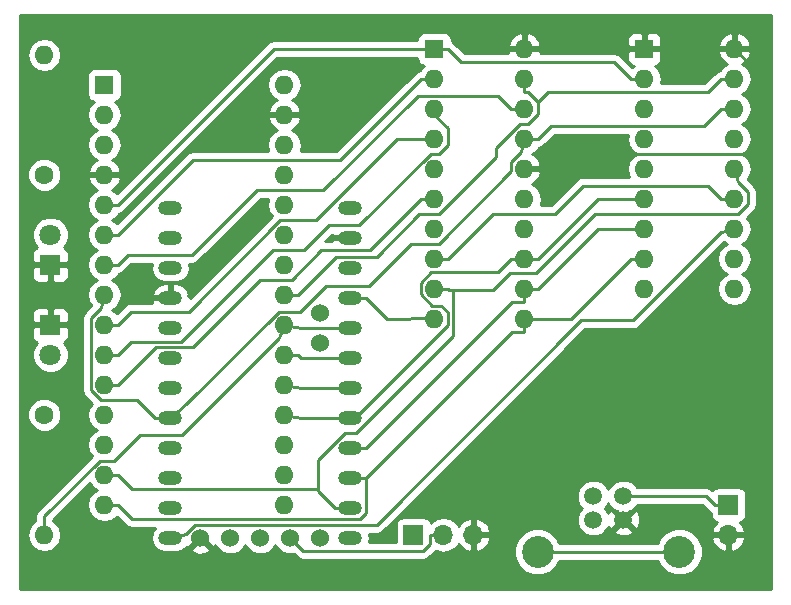
<source format=gbr>
G04 #@! TF.FileFunction,Copper,L1,Top,Signal*
%FSLAX46Y46*%
G04 Gerber Fmt 4.6, Leading zero omitted, Abs format (unit mm)*
G04 Created by KiCad (PCBNEW 4.0.6) date 04/12/19 16:58:46*
%MOMM*%
%LPD*%
G01*
G04 APERTURE LIST*
%ADD10C,0.100000*%
%ADD11C,1.520000*%
%ADD12C,2.700000*%
%ADD13R,1.600000X1.600000*%
%ADD14O,1.600000X1.600000*%
%ADD15R,1.800000X1.800000*%
%ADD16C,1.800000*%
%ADD17C,1.600000*%
%ADD18R,1.700000X1.700000*%
%ADD19O,1.700000X1.700000*%
%ADD20O,2.000000X1.200000*%
%ADD21C,1.524000*%
%ADD22C,0.250000*%
%ADD23C,0.254000*%
G04 APERTURE END LIST*
D10*
D11*
X153162000Y-125762000D03*
X155702000Y-125762000D03*
X155702000Y-127762000D03*
X153162000Y-127762000D03*
D12*
X148432000Y-130462000D03*
X160432000Y-130462000D03*
D13*
X111760000Y-90932000D03*
D14*
X127000000Y-123952000D03*
X111760000Y-93472000D03*
X127000000Y-121412000D03*
X111760000Y-96012000D03*
X127000000Y-118872000D03*
X111760000Y-98552000D03*
X127000000Y-116332000D03*
X111760000Y-101092000D03*
X127000000Y-113792000D03*
X111760000Y-103632000D03*
X127000000Y-111252000D03*
X111760000Y-106172000D03*
X127000000Y-108712000D03*
X111760000Y-108712000D03*
X127000000Y-106172000D03*
X111760000Y-111252000D03*
X127000000Y-103632000D03*
X111760000Y-113792000D03*
X127000000Y-101092000D03*
X111760000Y-116332000D03*
X127000000Y-98552000D03*
X111760000Y-118872000D03*
X127000000Y-96012000D03*
X111760000Y-121412000D03*
X127000000Y-93472000D03*
X111760000Y-123952000D03*
X127000000Y-90932000D03*
X111760000Y-126492000D03*
X127000000Y-126492000D03*
D13*
X139700000Y-87884000D03*
D14*
X147320000Y-110744000D03*
X139700000Y-90424000D03*
X147320000Y-108204000D03*
X139700000Y-92964000D03*
X147320000Y-105664000D03*
X139700000Y-95504000D03*
X147320000Y-103124000D03*
X139700000Y-98044000D03*
X147320000Y-100584000D03*
X139700000Y-100584000D03*
X147320000Y-98044000D03*
X139700000Y-103124000D03*
X147320000Y-95504000D03*
X139700000Y-105664000D03*
X147320000Y-92964000D03*
X139700000Y-108204000D03*
X147320000Y-90424000D03*
X139700000Y-110744000D03*
X147320000Y-87884000D03*
D15*
X107188000Y-106172000D03*
D16*
X107188000Y-103632000D03*
D17*
X106680000Y-98552000D03*
D14*
X106680000Y-88392000D03*
D17*
X106680000Y-118872000D03*
D14*
X106680000Y-129032000D03*
D18*
X137922000Y-129032000D03*
D19*
X140462000Y-129032000D03*
X143002000Y-129032000D03*
D13*
X157480000Y-87884000D03*
D14*
X165100000Y-108204000D03*
X157480000Y-90424000D03*
X165100000Y-105664000D03*
X157480000Y-92964000D03*
X165100000Y-103124000D03*
X157480000Y-95504000D03*
X165100000Y-100584000D03*
X157480000Y-98044000D03*
X165100000Y-98044000D03*
X157480000Y-100584000D03*
X165100000Y-95504000D03*
X157480000Y-103124000D03*
X165100000Y-92964000D03*
X157480000Y-105664000D03*
X165100000Y-90424000D03*
X157480000Y-108204000D03*
X165100000Y-87884000D03*
D15*
X107188000Y-111252000D03*
D16*
X107188000Y-113792000D03*
D18*
X164592000Y-126492000D03*
D19*
X164592000Y-129032000D03*
D20*
X132588000Y-101346000D03*
X117348000Y-101346000D03*
X132588000Y-103886000D03*
X117348000Y-103886000D03*
X132588000Y-106426000D03*
X117348000Y-106426000D03*
X132588000Y-108966000D03*
X117348000Y-108966000D03*
X132588000Y-111506000D03*
X117348000Y-111506000D03*
X132588000Y-114046000D03*
X117348000Y-114046000D03*
X132588000Y-116586000D03*
X117348000Y-116586000D03*
X132588000Y-119126000D03*
X117348000Y-119126000D03*
X132588000Y-121666000D03*
X117348000Y-121666000D03*
X132588000Y-124206000D03*
X117348000Y-124206000D03*
X132588000Y-126746000D03*
X117348000Y-126746000D03*
X132588000Y-129286000D03*
X117348000Y-129286000D03*
D21*
X119888000Y-129286000D03*
X122428000Y-129286000D03*
X124968000Y-129286000D03*
X127508000Y-129286000D03*
X130048000Y-129286000D03*
X130048000Y-110236000D03*
X130048000Y-112776000D03*
D22*
X147320000Y-98044000D02*
X153111200Y-98044000D01*
X167259000Y-90043000D02*
X165100000Y-87884000D01*
X167259000Y-95707200D02*
X167259000Y-90043000D01*
X166166800Y-96799400D02*
X167259000Y-95707200D01*
X154355800Y-96799400D02*
X166166800Y-96799400D01*
X153111200Y-98044000D02*
X154355800Y-96799400D01*
X128379300Y-111506000D02*
X127000000Y-111252000D01*
X132588000Y-111506000D02*
X128379300Y-111506000D01*
X127000000Y-111252000D02*
X127000000Y-111252000D01*
X126577600Y-112377300D02*
X127000000Y-111252000D01*
X118359600Y-120595300D02*
X126577600Y-112377300D01*
X114767800Y-120595300D02*
X118359600Y-120595300D01*
X112607200Y-122755900D02*
X114767800Y-120595300D01*
X111352000Y-122755900D02*
X112607200Y-122755900D01*
X106680000Y-127427900D02*
X111352000Y-122755900D01*
X106680000Y-129032000D02*
X106680000Y-127427900D01*
X127000000Y-111252000D02*
X127000000Y-111252000D01*
X139700000Y-110744000D02*
X139700000Y-110744000D01*
X162686700Y-125762000D02*
X163416700Y-126492000D01*
X155702000Y-125762000D02*
X162686700Y-125762000D01*
X164592000Y-126492000D02*
X163416700Y-126492000D01*
X139700000Y-110744000D02*
X139700000Y-110744000D01*
X139700000Y-110738000D02*
X139700000Y-110744000D01*
X139700000Y-110744000D02*
X139700000Y-110738000D01*
X139415000Y-111029000D02*
X139700000Y-110744000D01*
X139700000Y-110744000D02*
X139415000Y-111029000D01*
X139700000Y-110744000D02*
X139700000Y-110673500D01*
X139700000Y-110673500D02*
X138757000Y-110671000D01*
X135688800Y-110741500D02*
X133913300Y-108966000D01*
X139700000Y-110673500D02*
X135688800Y-110741500D01*
X132588000Y-108966000D02*
X133913300Y-108966000D01*
X139286700Y-129840000D02*
X139286700Y-129032000D01*
X138737400Y-130389300D02*
X139286700Y-129840000D01*
X128611300Y-130389300D02*
X138737400Y-130389300D01*
X127508000Y-129286000D02*
X128611300Y-130389300D01*
X140462000Y-129032000D02*
X139286700Y-129032000D01*
X127000000Y-118872000D02*
X127000000Y-118872000D01*
X153525300Y-100584000D02*
X157480000Y-100584000D01*
X148445300Y-105664000D02*
X153525300Y-100584000D01*
X147320000Y-105664000D02*
X148445300Y-105664000D01*
X128379300Y-119126000D02*
X132588000Y-119126000D01*
X127000000Y-118872000D02*
X128379300Y-119126000D01*
X145069400Y-106789300D02*
X146194700Y-105664000D01*
X139449600Y-106789300D02*
X145069400Y-106789300D01*
X138538900Y-107700000D02*
X139449600Y-106789300D01*
X138538900Y-108635200D02*
X138538900Y-107700000D01*
X139522300Y-109618600D02*
X138538900Y-108635200D01*
X140241600Y-109618600D02*
X139522300Y-109618600D01*
X140825400Y-110202400D02*
X140241600Y-109618600D01*
X140825400Y-111239100D02*
X140825400Y-110202400D01*
X132938500Y-119126000D02*
X140825400Y-111239100D01*
X132588000Y-119126000D02*
X132938500Y-119126000D01*
X147320000Y-105664000D02*
X146194700Y-105664000D01*
X127000000Y-116332000D02*
X127000000Y-116332000D01*
X128379300Y-116586000D02*
X132588000Y-116586000D01*
X127000000Y-116332000D02*
X128379300Y-116586000D01*
X141950600Y-89009300D02*
X140825300Y-87884000D01*
X154940000Y-89009300D02*
X141950600Y-89009300D01*
X156354700Y-90424000D02*
X154940000Y-89009300D01*
X157480000Y-90424000D02*
X156354700Y-90424000D01*
X139700000Y-87884000D02*
X140825300Y-87884000D01*
X126093300Y-87884000D02*
X139700000Y-87884000D01*
X112885300Y-101092000D02*
X126093300Y-87884000D01*
X111760000Y-101092000D02*
X112885300Y-101092000D01*
X127000000Y-113792000D02*
X128125300Y-113792000D01*
X128379300Y-114046000D02*
X128125300Y-113792000D01*
X132588000Y-114046000D02*
X128379300Y-114046000D01*
X131716700Y-97282000D02*
X138574700Y-90424000D01*
X119235300Y-97282000D02*
X131716700Y-97282000D01*
X112885300Y-103632000D02*
X119235300Y-97282000D01*
X111760000Y-103632000D02*
X112885300Y-103632000D01*
X139700000Y-90424000D02*
X138574700Y-90424000D01*
X145069400Y-91838700D02*
X146194700Y-92964000D01*
X138290000Y-91838700D02*
X145069400Y-91838700D01*
X130306700Y-99822000D02*
X138290000Y-91838700D01*
X124666900Y-99822000D02*
X130306700Y-99822000D01*
X119164300Y-105324600D02*
X124666900Y-99822000D01*
X113732700Y-105324600D02*
X119164300Y-105324600D01*
X112885300Y-106172000D02*
X113732700Y-105324600D01*
X111760000Y-106172000D02*
X112885300Y-106172000D01*
X147320000Y-92964000D02*
X146194700Y-92964000D01*
X127000000Y-108712000D02*
X128125300Y-108712000D01*
X147320000Y-90424000D02*
X147320000Y-91549300D01*
X149289200Y-91549300D02*
X148445300Y-92393200D01*
X162849400Y-91549300D02*
X149289200Y-91549300D01*
X163974700Y-90424000D02*
X162849400Y-91549300D01*
X148445300Y-93434800D02*
X148445300Y-92393200D01*
X147627600Y-94252500D02*
X148445300Y-93434800D01*
X146960800Y-94252500D02*
X147627600Y-94252500D01*
X144914600Y-96298700D02*
X146960800Y-94252500D01*
X144914600Y-97041300D02*
X144914600Y-96298700D01*
X140101900Y-101854000D02*
X144914600Y-97041300D01*
X138434700Y-101854000D02*
X140101900Y-101854000D01*
X134802100Y-105486600D02*
X138434700Y-101854000D01*
X131350700Y-105486600D02*
X134802100Y-105486600D01*
X128125300Y-108712000D02*
X131350700Y-105486600D01*
X147601400Y-91549300D02*
X147320000Y-91549300D01*
X148445300Y-92393200D02*
X147601400Y-91549300D01*
X165100000Y-90424000D02*
X163974700Y-90424000D01*
X111478600Y-109837300D02*
X111760000Y-108712000D01*
X110634700Y-110681200D02*
X111478600Y-109837300D01*
X110634700Y-116800300D02*
X110634700Y-110681200D01*
X111436400Y-117602000D02*
X110634700Y-116800300D01*
X114498700Y-117602000D02*
X111436400Y-117602000D01*
X116022700Y-119126000D02*
X114498700Y-117602000D01*
X111760000Y-108712000D02*
X111760000Y-108712000D01*
X116773100Y-119126000D02*
X116022700Y-119126000D01*
X116773100Y-119126000D02*
X117348000Y-119126000D01*
X147038600Y-96629300D02*
X147320000Y-95504000D01*
X146194700Y-97473200D02*
X147038600Y-96629300D01*
X146194700Y-98261000D02*
X146194700Y-97473200D01*
X140061700Y-104394000D02*
X146194700Y-98261000D01*
X137729700Y-104394000D02*
X140061700Y-104394000D01*
X134167000Y-107956700D02*
X137729700Y-104394000D01*
X130477800Y-107956700D02*
X134167000Y-107956700D01*
X128307900Y-110126600D02*
X130477800Y-107956700D01*
X126513100Y-110126600D02*
X128307900Y-110126600D01*
X118673300Y-117966400D02*
X126513100Y-110126600D01*
X117348000Y-119126000D02*
X118673300Y-117966400D01*
X117348000Y-119126000D02*
X117348000Y-119126000D01*
X147320000Y-95504000D02*
X147320000Y-95504000D01*
X149570600Y-94378700D02*
X148445300Y-95504000D01*
X162560000Y-94378700D02*
X149570600Y-94378700D01*
X163974700Y-92964000D02*
X162560000Y-94378700D01*
X165100000Y-92964000D02*
X163974700Y-92964000D01*
X147320000Y-95504000D02*
X148445300Y-95504000D01*
X136507200Y-95504000D02*
X139700000Y-95504000D01*
X129649200Y-102362000D02*
X136507200Y-95504000D01*
X126660000Y-102362000D02*
X129649200Y-102362000D01*
X118895300Y-110126700D02*
X126660000Y-102362000D01*
X114010600Y-110126700D02*
X118895300Y-110126700D01*
X112885300Y-111252000D02*
X114010600Y-110126700D01*
X111760000Y-111252000D02*
X112885300Y-111252000D01*
X139700000Y-93443500D02*
X139700000Y-92964000D01*
X139671500Y-93472000D02*
X139700000Y-93443500D01*
X139671500Y-93472000D02*
X139192000Y-93472000D01*
X139740000Y-93472000D02*
X139705800Y-93472000D01*
X139705800Y-93472000D02*
X139671500Y-93472000D01*
X111760000Y-113792000D02*
X112885300Y-113792000D01*
X114010600Y-112666700D02*
X112885300Y-113792000D01*
X118251900Y-112666700D02*
X114010600Y-112666700D01*
X126016600Y-104902000D02*
X118251900Y-112666700D01*
X128647400Y-104902000D02*
X126016600Y-104902000D01*
X130737000Y-102812400D02*
X128647400Y-104902000D01*
X133334900Y-102812400D02*
X130737000Y-102812400D01*
X139373300Y-96774000D02*
X133334900Y-102812400D01*
X140076900Y-96774000D02*
X139373300Y-96774000D01*
X140849700Y-96001200D02*
X140076900Y-96774000D01*
X140849700Y-94615900D02*
X140849700Y-96001200D01*
X139705800Y-93472000D02*
X140849700Y-94615900D01*
X134228200Y-104930500D02*
X138574700Y-100584000D01*
X130131000Y-104930500D02*
X134228200Y-104930500D01*
X127619500Y-107442000D02*
X130131000Y-104930500D01*
X124922500Y-107442000D02*
X127619500Y-107442000D01*
X119243900Y-113120600D02*
X124922500Y-107442000D01*
X116096700Y-113120600D02*
X119243900Y-113120600D01*
X112885300Y-116332000D02*
X116096700Y-113120600D01*
X111760000Y-116332000D02*
X112885300Y-116332000D01*
X139700000Y-100584000D02*
X138574700Y-100584000D01*
X163974700Y-103405300D02*
X165100000Y-103124000D01*
X156514100Y-110865900D02*
X163974700Y-103405300D01*
X152136800Y-110865900D02*
X156514100Y-110865900D01*
X134820000Y-128182700D02*
X152136800Y-110865900D01*
X119446000Y-128182700D02*
X134820000Y-128182700D01*
X118673300Y-128955400D02*
X119446000Y-128182700D01*
X117348000Y-129286000D02*
X118673300Y-128955400D01*
X117348000Y-129286000D02*
X117348000Y-129286000D01*
X165100000Y-103124000D02*
X165100000Y-103124000D01*
X162849400Y-99458700D02*
X163974700Y-100584000D01*
X152294600Y-99458700D02*
X162849400Y-99458700D01*
X149899300Y-101854000D02*
X152294600Y-99458700D01*
X144635300Y-101854000D02*
X149899300Y-101854000D01*
X140825300Y-105664000D02*
X144635300Y-101854000D01*
X139700000Y-105664000D02*
X140825300Y-105664000D01*
X165100000Y-100584000D02*
X163974700Y-100584000D01*
X132588000Y-126746000D02*
X131262700Y-126746000D01*
X111760000Y-123952000D02*
X112885300Y-123952000D01*
X114123100Y-125189800D02*
X112885300Y-123952000D01*
X129862500Y-125189800D02*
X114123100Y-125189800D01*
X129862500Y-125345800D02*
X129862500Y-125189800D01*
X131262700Y-126746000D02*
X129862500Y-125345800D01*
X139700000Y-108204000D02*
X140825300Y-108204000D01*
X165100000Y-98044000D02*
X165100000Y-98044000D01*
X141288400Y-112159800D02*
X141288400Y-108316600D01*
X133052200Y-120396000D02*
X141288400Y-112159800D01*
X132145600Y-120396000D02*
X133052200Y-120396000D01*
X129862500Y-122679100D02*
X132145600Y-120396000D01*
X129862500Y-125189800D02*
X129862500Y-122679100D01*
X140937900Y-108316600D02*
X141288400Y-108316600D01*
X140825300Y-108204000D02*
X140937900Y-108316600D01*
X165381400Y-99169300D02*
X165100000Y-98044000D01*
X166225300Y-100013200D02*
X165381400Y-99169300D01*
X166225300Y-101050500D02*
X166225300Y-100013200D01*
X165421800Y-101854000D02*
X166225300Y-101050500D01*
X153300000Y-101854000D02*
X165421800Y-101854000D01*
X148293900Y-106860100D02*
X153300000Y-101854000D01*
X146128600Y-106860100D02*
X148293900Y-106860100D01*
X144672100Y-108316600D02*
X146128600Y-106860100D01*
X141288400Y-108316600D02*
X144672100Y-108316600D01*
X157480000Y-105664000D02*
X156354700Y-105664000D01*
X114066200Y-127672900D02*
X112885300Y-126492000D01*
X133386200Y-127672900D02*
X114066200Y-127672900D01*
X133913300Y-127145800D02*
X133386200Y-127672900D01*
X133913300Y-124206000D02*
X133913300Y-127145800D01*
X132588000Y-124206000D02*
X133913300Y-124206000D01*
X111760000Y-126492000D02*
X112885300Y-126492000D01*
X151274700Y-110744000D02*
X147320000Y-110744000D01*
X156354700Y-105664000D02*
X151274700Y-110744000D01*
X146250000Y-111869300D02*
X133913300Y-124206000D01*
X147320000Y-111869300D02*
X146250000Y-111869300D01*
X147320000Y-110744000D02*
X147320000Y-111869300D01*
X153525300Y-103124000D02*
X157480000Y-103124000D01*
X148445300Y-108204000D02*
X153525300Y-103124000D01*
X147320000Y-108204000D02*
X148445300Y-108204000D01*
X146250000Y-109329300D02*
X147320000Y-109329300D01*
X133913300Y-121666000D02*
X146250000Y-109329300D01*
X132588000Y-121666000D02*
X133913300Y-121666000D01*
X147320000Y-108204000D02*
X147320000Y-109329300D01*
X160432000Y-130462000D02*
X148432000Y-130462000D01*
D23*
G36*
X168222000Y-133622000D02*
X104642000Y-133622000D01*
X104642000Y-129003887D01*
X105245000Y-129003887D01*
X105245000Y-129060113D01*
X105354233Y-129609264D01*
X105665302Y-130074811D01*
X106130849Y-130385880D01*
X106680000Y-130495113D01*
X107229151Y-130385880D01*
X107694698Y-130074811D01*
X108005767Y-129609264D01*
X108115000Y-129060113D01*
X108115000Y-129003887D01*
X108005767Y-128454736D01*
X107694698Y-127989189D01*
X107440000Y-127819005D01*
X107440000Y-127742702D01*
X110516442Y-124666260D01*
X110717189Y-124966698D01*
X111099275Y-125222000D01*
X110717189Y-125477302D01*
X110406120Y-125942849D01*
X110296887Y-126492000D01*
X110406120Y-127041151D01*
X110717189Y-127506698D01*
X111182736Y-127817767D01*
X111731887Y-127927000D01*
X111788113Y-127927000D01*
X112337264Y-127817767D01*
X112802811Y-127506698D01*
X112811777Y-127493279D01*
X113528799Y-128210301D01*
X113775361Y-128375048D01*
X114066200Y-128432900D01*
X116029209Y-128432900D01*
X115774977Y-128813386D01*
X115680968Y-129286000D01*
X115774977Y-129758614D01*
X116042691Y-130159277D01*
X116443354Y-130426991D01*
X116915968Y-130521000D01*
X117780032Y-130521000D01*
X118252646Y-130426991D01*
X118493267Y-130266213D01*
X119087392Y-130266213D01*
X119156857Y-130508397D01*
X119680302Y-130695144D01*
X120235368Y-130667362D01*
X120619143Y-130508397D01*
X120688608Y-130266213D01*
X119888000Y-129465605D01*
X119087392Y-130266213D01*
X118493267Y-130266213D01*
X118653309Y-130159277D01*
X118734983Y-130037043D01*
X118907787Y-130086608D01*
X119708395Y-129286000D01*
X119694253Y-129271858D01*
X119873858Y-129092253D01*
X119888000Y-129106395D01*
X119902143Y-129092253D01*
X120081748Y-129271858D01*
X120067605Y-129286000D01*
X120868213Y-130086608D01*
X121110397Y-130017143D01*
X121160509Y-129876682D01*
X121242990Y-130076303D01*
X121635630Y-130469629D01*
X122148900Y-130682757D01*
X122704661Y-130683242D01*
X123218303Y-130471010D01*
X123611629Y-130078370D01*
X123697949Y-129870488D01*
X123782990Y-130076303D01*
X124175630Y-130469629D01*
X124688900Y-130682757D01*
X125244661Y-130683242D01*
X125758303Y-130471010D01*
X126151629Y-130078370D01*
X126237949Y-129870488D01*
X126322990Y-130076303D01*
X126715630Y-130469629D01*
X127228900Y-130682757D01*
X127784661Y-130683242D01*
X127817055Y-130669857D01*
X128073899Y-130926701D01*
X128320461Y-131091448D01*
X128611300Y-131149300D01*
X138737400Y-131149300D01*
X139028239Y-131091448D01*
X139274801Y-130926701D01*
X139346393Y-130855109D01*
X146446657Y-130855109D01*
X146748218Y-131584943D01*
X147306120Y-132143819D01*
X148035427Y-132446654D01*
X148825109Y-132447343D01*
X149554943Y-132145782D01*
X150113819Y-131587880D01*
X150265746Y-131222000D01*
X158598253Y-131222000D01*
X158748218Y-131584943D01*
X159306120Y-132143819D01*
X160035427Y-132446654D01*
X160825109Y-132447343D01*
X161554943Y-132145782D01*
X162113819Y-131587880D01*
X162416654Y-130858573D01*
X162417343Y-130068891D01*
X162136373Y-129388890D01*
X163150524Y-129388890D01*
X163320355Y-129798924D01*
X163710642Y-130227183D01*
X164235108Y-130473486D01*
X164465000Y-130352819D01*
X164465000Y-129159000D01*
X164719000Y-129159000D01*
X164719000Y-130352819D01*
X164948892Y-130473486D01*
X165473358Y-130227183D01*
X165863645Y-129798924D01*
X166033476Y-129388890D01*
X165912155Y-129159000D01*
X164719000Y-129159000D01*
X164465000Y-129159000D01*
X163271845Y-129159000D01*
X163150524Y-129388890D01*
X162136373Y-129388890D01*
X162115782Y-129339057D01*
X161557880Y-128780181D01*
X160828573Y-128477346D01*
X160038891Y-128476657D01*
X159309057Y-128778218D01*
X158750181Y-129336120D01*
X158598254Y-129702000D01*
X150265747Y-129702000D01*
X150115782Y-129339057D01*
X149557880Y-128780181D01*
X148828573Y-128477346D01*
X148038891Y-128476657D01*
X147309057Y-128778218D01*
X146750181Y-129336120D01*
X146447346Y-130065427D01*
X146446657Y-130855109D01*
X139346393Y-130855109D01*
X139818623Y-130382880D01*
X139893715Y-130433054D01*
X140462000Y-130546093D01*
X141030285Y-130433054D01*
X141512054Y-130111147D01*
X141739702Y-129770447D01*
X141806817Y-129913358D01*
X142235076Y-130303645D01*
X142645110Y-130473476D01*
X142875000Y-130352155D01*
X142875000Y-129159000D01*
X143129000Y-129159000D01*
X143129000Y-130352155D01*
X143358890Y-130473476D01*
X143768924Y-130303645D01*
X144197183Y-129913358D01*
X144443486Y-129388892D01*
X144322819Y-129159000D01*
X143129000Y-129159000D01*
X142875000Y-129159000D01*
X142855000Y-129159000D01*
X142855000Y-128905000D01*
X142875000Y-128905000D01*
X142875000Y-127711845D01*
X143129000Y-127711845D01*
X143129000Y-128905000D01*
X144322819Y-128905000D01*
X144443486Y-128675108D01*
X144197183Y-128150642D01*
X143768924Y-127760355D01*
X143358890Y-127590524D01*
X143129000Y-127711845D01*
X142875000Y-127711845D01*
X142645110Y-127590524D01*
X142235076Y-127760355D01*
X141806817Y-128150642D01*
X141739702Y-128293553D01*
X141512054Y-127952853D01*
X141030285Y-127630946D01*
X140462000Y-127517907D01*
X139893715Y-127630946D01*
X139411946Y-127952853D01*
X139384150Y-127994452D01*
X139375162Y-127946683D01*
X139236090Y-127730559D01*
X139023890Y-127585569D01*
X138772000Y-127534560D01*
X137072000Y-127534560D01*
X136836683Y-127578838D01*
X136620559Y-127717910D01*
X136475569Y-127930110D01*
X136424560Y-128182000D01*
X136424560Y-129629300D01*
X134186745Y-129629300D01*
X134255032Y-129286000D01*
X134186745Y-128942700D01*
X134820000Y-128942700D01*
X135110839Y-128884848D01*
X135357401Y-128720101D01*
X138039237Y-126038265D01*
X151766758Y-126038265D01*
X151978687Y-126551172D01*
X152189171Y-126762024D01*
X151980066Y-126970764D01*
X151767242Y-127483300D01*
X151766758Y-128038265D01*
X151978687Y-128551172D01*
X152370764Y-128943934D01*
X152883300Y-129156758D01*
X153438265Y-129157242D01*
X153951172Y-128945313D01*
X154156078Y-128740764D01*
X154902841Y-128740764D01*
X154972059Y-128982742D01*
X155494780Y-129169155D01*
X156049049Y-129141341D01*
X156431941Y-128982742D01*
X156501159Y-128740764D01*
X155702000Y-127941605D01*
X154902841Y-128740764D01*
X154156078Y-128740764D01*
X154343934Y-128553236D01*
X154425391Y-128357066D01*
X154481258Y-128491941D01*
X154723236Y-128561159D01*
X155522395Y-127762000D01*
X155881605Y-127762000D01*
X156680764Y-128561159D01*
X156922742Y-128491941D01*
X157109155Y-127969220D01*
X157081341Y-127414951D01*
X156922742Y-127032059D01*
X156680764Y-126962841D01*
X155881605Y-127762000D01*
X155522395Y-127762000D01*
X154723236Y-126962841D01*
X154481258Y-127032059D01*
X154429618Y-127176862D01*
X154345313Y-126972828D01*
X154134829Y-126761976D01*
X154343934Y-126553236D01*
X154431954Y-126341262D01*
X154518687Y-126551172D01*
X154910764Y-126943934D01*
X155172024Y-127052419D01*
X155702000Y-127582395D01*
X156231990Y-127052405D01*
X156491172Y-126945313D01*
X156883934Y-126553236D01*
X156896904Y-126522000D01*
X162371898Y-126522000D01*
X162879299Y-127029401D01*
X163094560Y-127173233D01*
X163094560Y-127342000D01*
X163138838Y-127577317D01*
X163277910Y-127793441D01*
X163490110Y-127938431D01*
X163598107Y-127960301D01*
X163320355Y-128265076D01*
X163150524Y-128675110D01*
X163271845Y-128905000D01*
X164465000Y-128905000D01*
X164465000Y-128885000D01*
X164719000Y-128885000D01*
X164719000Y-128905000D01*
X165912155Y-128905000D01*
X166033476Y-128675110D01*
X165863645Y-128265076D01*
X165587499Y-127962063D01*
X165677317Y-127945162D01*
X165893441Y-127806090D01*
X166038431Y-127593890D01*
X166089440Y-127342000D01*
X166089440Y-125642000D01*
X166045162Y-125406683D01*
X165906090Y-125190559D01*
X165693890Y-125045569D01*
X165442000Y-124994560D01*
X163742000Y-124994560D01*
X163506683Y-125038838D01*
X163290559Y-125177910D01*
X163244631Y-125245129D01*
X163224101Y-125224599D01*
X162977539Y-125059852D01*
X162686700Y-125002000D01*
X156897367Y-125002000D01*
X156885313Y-124972828D01*
X156493236Y-124580066D01*
X155980700Y-124367242D01*
X155425735Y-124366758D01*
X154912828Y-124578687D01*
X154520066Y-124970764D01*
X154432046Y-125182738D01*
X154345313Y-124972828D01*
X153953236Y-124580066D01*
X153440700Y-124367242D01*
X152885735Y-124366758D01*
X152372828Y-124578687D01*
X151980066Y-124970764D01*
X151767242Y-125483300D01*
X151766758Y-126038265D01*
X138039237Y-126038265D01*
X152451602Y-111625900D01*
X156514100Y-111625900D01*
X156804939Y-111568048D01*
X157051501Y-111403301D01*
X164212397Y-104242405D01*
X164439275Y-104394000D01*
X164057189Y-104649302D01*
X163746120Y-105114849D01*
X163636887Y-105664000D01*
X163746120Y-106213151D01*
X164057189Y-106678698D01*
X164439275Y-106934000D01*
X164057189Y-107189302D01*
X163746120Y-107654849D01*
X163636887Y-108204000D01*
X163746120Y-108753151D01*
X164057189Y-109218698D01*
X164522736Y-109529767D01*
X165071887Y-109639000D01*
X165128113Y-109639000D01*
X165677264Y-109529767D01*
X166142811Y-109218698D01*
X166453880Y-108753151D01*
X166563113Y-108204000D01*
X166453880Y-107654849D01*
X166142811Y-107189302D01*
X165760725Y-106934000D01*
X166142811Y-106678698D01*
X166453880Y-106213151D01*
X166563113Y-105664000D01*
X166453880Y-105114849D01*
X166142811Y-104649302D01*
X165760725Y-104394000D01*
X166142811Y-104138698D01*
X166453880Y-103673151D01*
X166563113Y-103124000D01*
X166453880Y-102574849D01*
X166182260Y-102168342D01*
X166762701Y-101587901D01*
X166927448Y-101341339D01*
X166985300Y-101050500D01*
X166985300Y-100013200D01*
X166927448Y-99722361D01*
X166762701Y-99475799D01*
X166224037Y-98937135D01*
X166453880Y-98593151D01*
X166563113Y-98044000D01*
X166453880Y-97494849D01*
X166142811Y-97029302D01*
X165760725Y-96774000D01*
X166142811Y-96518698D01*
X166453880Y-96053151D01*
X166563113Y-95504000D01*
X166453880Y-94954849D01*
X166142811Y-94489302D01*
X165760725Y-94234000D01*
X166142811Y-93978698D01*
X166453880Y-93513151D01*
X166563113Y-92964000D01*
X166453880Y-92414849D01*
X166142811Y-91949302D01*
X165760725Y-91694000D01*
X166142811Y-91438698D01*
X166453880Y-90973151D01*
X166563113Y-90424000D01*
X166453880Y-89874849D01*
X166142811Y-89409302D01*
X165738297Y-89139014D01*
X165955134Y-89036389D01*
X166331041Y-88621423D01*
X166491904Y-88233039D01*
X166369915Y-88011000D01*
X165227000Y-88011000D01*
X165227000Y-88031000D01*
X164973000Y-88031000D01*
X164973000Y-88011000D01*
X163830085Y-88011000D01*
X163708096Y-88233039D01*
X163868959Y-88621423D01*
X164244866Y-89036389D01*
X164461703Y-89139014D01*
X164057189Y-89409302D01*
X163873563Y-89684118D01*
X163683861Y-89721852D01*
X163437299Y-89886599D01*
X162534598Y-90789300D01*
X158870450Y-90789300D01*
X158943113Y-90424000D01*
X158833880Y-89874849D01*
X158522811Y-89409302D01*
X158387665Y-89319000D01*
X158406309Y-89319000D01*
X158639698Y-89222327D01*
X158818327Y-89043699D01*
X158915000Y-88810310D01*
X158915000Y-88169750D01*
X158756250Y-88011000D01*
X157607000Y-88011000D01*
X157607000Y-88031000D01*
X157353000Y-88031000D01*
X157353000Y-88011000D01*
X156203750Y-88011000D01*
X156045000Y-88169750D01*
X156045000Y-88810310D01*
X156141673Y-89043699D01*
X156320302Y-89222327D01*
X156553691Y-89319000D01*
X156572335Y-89319000D01*
X156437189Y-89409302D01*
X156428223Y-89422721D01*
X155477401Y-88471899D01*
X155230839Y-88307152D01*
X154940000Y-88249300D01*
X148705169Y-88249300D01*
X148711904Y-88233039D01*
X148589915Y-88011000D01*
X147447000Y-88011000D01*
X147447000Y-88031000D01*
X147193000Y-88031000D01*
X147193000Y-88011000D01*
X146050085Y-88011000D01*
X145928096Y-88233039D01*
X145934831Y-88249300D01*
X142265402Y-88249300D01*
X141551063Y-87534961D01*
X145928096Y-87534961D01*
X146050085Y-87757000D01*
X147193000Y-87757000D01*
X147193000Y-86613371D01*
X147447000Y-86613371D01*
X147447000Y-87757000D01*
X148589915Y-87757000D01*
X148711904Y-87534961D01*
X148551041Y-87146577D01*
X148379934Y-86957690D01*
X156045000Y-86957690D01*
X156045000Y-87598250D01*
X156203750Y-87757000D01*
X157353000Y-87757000D01*
X157353000Y-86607750D01*
X157607000Y-86607750D01*
X157607000Y-87757000D01*
X158756250Y-87757000D01*
X158915000Y-87598250D01*
X158915000Y-87534961D01*
X163708096Y-87534961D01*
X163830085Y-87757000D01*
X164973000Y-87757000D01*
X164973000Y-86613371D01*
X165227000Y-86613371D01*
X165227000Y-87757000D01*
X166369915Y-87757000D01*
X166491904Y-87534961D01*
X166331041Y-87146577D01*
X165955134Y-86731611D01*
X165449041Y-86492086D01*
X165227000Y-86613371D01*
X164973000Y-86613371D01*
X164750959Y-86492086D01*
X164244866Y-86731611D01*
X163868959Y-87146577D01*
X163708096Y-87534961D01*
X158915000Y-87534961D01*
X158915000Y-86957690D01*
X158818327Y-86724301D01*
X158639698Y-86545673D01*
X158406309Y-86449000D01*
X157765750Y-86449000D01*
X157607000Y-86607750D01*
X157353000Y-86607750D01*
X157194250Y-86449000D01*
X156553691Y-86449000D01*
X156320302Y-86545673D01*
X156141673Y-86724301D01*
X156045000Y-86957690D01*
X148379934Y-86957690D01*
X148175134Y-86731611D01*
X147669041Y-86492086D01*
X147447000Y-86613371D01*
X147193000Y-86613371D01*
X146970959Y-86492086D01*
X146464866Y-86731611D01*
X146088959Y-87146577D01*
X145928096Y-87534961D01*
X141551063Y-87534961D01*
X141362701Y-87346599D01*
X141147440Y-87202767D01*
X141147440Y-87084000D01*
X141103162Y-86848683D01*
X140964090Y-86632559D01*
X140751890Y-86487569D01*
X140500000Y-86436560D01*
X138900000Y-86436560D01*
X138664683Y-86480838D01*
X138448559Y-86619910D01*
X138303569Y-86832110D01*
X138252560Y-87084000D01*
X138252560Y-87124000D01*
X126093300Y-87124000D01*
X125802461Y-87181852D01*
X125555899Y-87346599D01*
X112811777Y-100090721D01*
X112802811Y-100077302D01*
X112398297Y-99807014D01*
X112615134Y-99704389D01*
X112991041Y-99289423D01*
X113151904Y-98901039D01*
X113029915Y-98679000D01*
X111887000Y-98679000D01*
X111887000Y-98699000D01*
X111633000Y-98699000D01*
X111633000Y-98679000D01*
X110490085Y-98679000D01*
X110368096Y-98901039D01*
X110528959Y-99289423D01*
X110904866Y-99704389D01*
X111121703Y-99807014D01*
X110717189Y-100077302D01*
X110406120Y-100542849D01*
X110296887Y-101092000D01*
X110406120Y-101641151D01*
X110717189Y-102106698D01*
X111099275Y-102362000D01*
X110717189Y-102617302D01*
X110406120Y-103082849D01*
X110296887Y-103632000D01*
X110406120Y-104181151D01*
X110717189Y-104646698D01*
X111099275Y-104902000D01*
X110717189Y-105157302D01*
X110406120Y-105622849D01*
X110296887Y-106172000D01*
X110406120Y-106721151D01*
X110717189Y-107186698D01*
X111099275Y-107442000D01*
X110717189Y-107697302D01*
X110406120Y-108162849D01*
X110296887Y-108712000D01*
X110406120Y-109261151D01*
X110635963Y-109605135D01*
X110097299Y-110143799D01*
X109932552Y-110390361D01*
X109874700Y-110681200D01*
X109874700Y-116800300D01*
X109932552Y-117091139D01*
X110097299Y-117337701D01*
X110677019Y-117917421D01*
X110406120Y-118322849D01*
X110296887Y-118872000D01*
X110406120Y-119421151D01*
X110717189Y-119886698D01*
X111099275Y-120142000D01*
X110717189Y-120397302D01*
X110406120Y-120862849D01*
X110296887Y-121412000D01*
X110406120Y-121961151D01*
X110672813Y-122360285D01*
X106142599Y-126890499D01*
X105977852Y-127137061D01*
X105920000Y-127427900D01*
X105920000Y-127819005D01*
X105665302Y-127989189D01*
X105354233Y-128454736D01*
X105245000Y-129003887D01*
X104642000Y-129003887D01*
X104642000Y-119156187D01*
X105244752Y-119156187D01*
X105462757Y-119683800D01*
X105866077Y-120087824D01*
X106393309Y-120306750D01*
X106964187Y-120307248D01*
X107491800Y-120089243D01*
X107895824Y-119685923D01*
X108114750Y-119158691D01*
X108115248Y-118587813D01*
X107897243Y-118060200D01*
X107493923Y-117656176D01*
X106966691Y-117437250D01*
X106395813Y-117436752D01*
X105868200Y-117654757D01*
X105464176Y-118058077D01*
X105245250Y-118585309D01*
X105244752Y-119156187D01*
X104642000Y-119156187D01*
X104642000Y-114095991D01*
X105652735Y-114095991D01*
X105885932Y-114660371D01*
X106317357Y-115092551D01*
X106881330Y-115326733D01*
X107491991Y-115327265D01*
X108056371Y-115094068D01*
X108488551Y-114662643D01*
X108722733Y-114098670D01*
X108723265Y-113488009D01*
X108490068Y-112923629D01*
X108312908Y-112746159D01*
X108447699Y-112690327D01*
X108626327Y-112511698D01*
X108723000Y-112278309D01*
X108723000Y-111537750D01*
X108564250Y-111379000D01*
X107315000Y-111379000D01*
X107315000Y-111399000D01*
X107061000Y-111399000D01*
X107061000Y-111379000D01*
X105811750Y-111379000D01*
X105653000Y-111537750D01*
X105653000Y-112278309D01*
X105749673Y-112511698D01*
X105928301Y-112690327D01*
X106062994Y-112746119D01*
X105887449Y-112921357D01*
X105653267Y-113485330D01*
X105652735Y-114095991D01*
X104642000Y-114095991D01*
X104642000Y-110225691D01*
X105653000Y-110225691D01*
X105653000Y-110966250D01*
X105811750Y-111125000D01*
X107061000Y-111125000D01*
X107061000Y-109875750D01*
X107315000Y-109875750D01*
X107315000Y-111125000D01*
X108564250Y-111125000D01*
X108723000Y-110966250D01*
X108723000Y-110225691D01*
X108626327Y-109992302D01*
X108447699Y-109813673D01*
X108214310Y-109717000D01*
X107473750Y-109717000D01*
X107315000Y-109875750D01*
X107061000Y-109875750D01*
X106902250Y-109717000D01*
X106161690Y-109717000D01*
X105928301Y-109813673D01*
X105749673Y-109992302D01*
X105653000Y-110225691D01*
X104642000Y-110225691D01*
X104642000Y-106457750D01*
X105653000Y-106457750D01*
X105653000Y-107198309D01*
X105749673Y-107431698D01*
X105928301Y-107610327D01*
X106161690Y-107707000D01*
X106902250Y-107707000D01*
X107061000Y-107548250D01*
X107061000Y-106299000D01*
X107315000Y-106299000D01*
X107315000Y-107548250D01*
X107473750Y-107707000D01*
X108214310Y-107707000D01*
X108447699Y-107610327D01*
X108626327Y-107431698D01*
X108723000Y-107198309D01*
X108723000Y-106457750D01*
X108564250Y-106299000D01*
X107315000Y-106299000D01*
X107061000Y-106299000D01*
X105811750Y-106299000D01*
X105653000Y-106457750D01*
X104642000Y-106457750D01*
X104642000Y-103935991D01*
X105652735Y-103935991D01*
X105885932Y-104500371D01*
X106063092Y-104677841D01*
X105928301Y-104733673D01*
X105749673Y-104912302D01*
X105653000Y-105145691D01*
X105653000Y-105886250D01*
X105811750Y-106045000D01*
X107061000Y-106045000D01*
X107061000Y-106025000D01*
X107315000Y-106025000D01*
X107315000Y-106045000D01*
X108564250Y-106045000D01*
X108723000Y-105886250D01*
X108723000Y-105145691D01*
X108626327Y-104912302D01*
X108447699Y-104733673D01*
X108313006Y-104677881D01*
X108488551Y-104502643D01*
X108722733Y-103938670D01*
X108723265Y-103328009D01*
X108490068Y-102763629D01*
X108058643Y-102331449D01*
X107494670Y-102097267D01*
X106884009Y-102096735D01*
X106319629Y-102329932D01*
X105887449Y-102761357D01*
X105653267Y-103325330D01*
X105652735Y-103935991D01*
X104642000Y-103935991D01*
X104642000Y-98836187D01*
X105244752Y-98836187D01*
X105462757Y-99363800D01*
X105866077Y-99767824D01*
X106393309Y-99986750D01*
X106964187Y-99987248D01*
X107491800Y-99769243D01*
X107895824Y-99365923D01*
X108114750Y-98838691D01*
X108115248Y-98267813D01*
X107897243Y-97740200D01*
X107493923Y-97336176D01*
X106966691Y-97117250D01*
X106395813Y-97116752D01*
X105868200Y-97334757D01*
X105464176Y-97738077D01*
X105245250Y-98265309D01*
X105244752Y-98836187D01*
X104642000Y-98836187D01*
X104642000Y-93472000D01*
X110296887Y-93472000D01*
X110406120Y-94021151D01*
X110717189Y-94486698D01*
X111099275Y-94742000D01*
X110717189Y-94997302D01*
X110406120Y-95462849D01*
X110296887Y-96012000D01*
X110406120Y-96561151D01*
X110717189Y-97026698D01*
X111121703Y-97296986D01*
X110904866Y-97399611D01*
X110528959Y-97814577D01*
X110368096Y-98202961D01*
X110490085Y-98425000D01*
X111633000Y-98425000D01*
X111633000Y-98405000D01*
X111887000Y-98405000D01*
X111887000Y-98425000D01*
X113029915Y-98425000D01*
X113151904Y-98202961D01*
X112991041Y-97814577D01*
X112615134Y-97399611D01*
X112398297Y-97296986D01*
X112802811Y-97026698D01*
X113113880Y-96561151D01*
X113223113Y-96012000D01*
X113113880Y-95462849D01*
X112802811Y-94997302D01*
X112420725Y-94742000D01*
X112802811Y-94486698D01*
X113113880Y-94021151D01*
X113223113Y-93472000D01*
X113113880Y-92922849D01*
X112802811Y-92457302D01*
X112658535Y-92360899D01*
X112795317Y-92335162D01*
X113011441Y-92196090D01*
X113156431Y-91983890D01*
X113207440Y-91732000D01*
X113207440Y-90132000D01*
X113163162Y-89896683D01*
X113024090Y-89680559D01*
X112811890Y-89535569D01*
X112560000Y-89484560D01*
X110960000Y-89484560D01*
X110724683Y-89528838D01*
X110508559Y-89667910D01*
X110363569Y-89880110D01*
X110312560Y-90132000D01*
X110312560Y-91732000D01*
X110356838Y-91967317D01*
X110495910Y-92183441D01*
X110708110Y-92328431D01*
X110863089Y-92359815D01*
X110717189Y-92457302D01*
X110406120Y-92922849D01*
X110296887Y-93472000D01*
X104642000Y-93472000D01*
X104642000Y-88363887D01*
X105245000Y-88363887D01*
X105245000Y-88420113D01*
X105354233Y-88969264D01*
X105665302Y-89434811D01*
X106130849Y-89745880D01*
X106680000Y-89855113D01*
X107229151Y-89745880D01*
X107694698Y-89434811D01*
X108005767Y-88969264D01*
X108115000Y-88420113D01*
X108115000Y-88363887D01*
X108005767Y-87814736D01*
X107694698Y-87349189D01*
X107229151Y-87038120D01*
X106680000Y-86928887D01*
X106130849Y-87038120D01*
X105665302Y-87349189D01*
X105354233Y-87814736D01*
X105245000Y-88363887D01*
X104642000Y-88363887D01*
X104642000Y-85042000D01*
X168222000Y-85042000D01*
X168222000Y-133622000D01*
X168222000Y-133622000D01*
G37*
X168222000Y-133622000D02*
X104642000Y-133622000D01*
X104642000Y-129003887D01*
X105245000Y-129003887D01*
X105245000Y-129060113D01*
X105354233Y-129609264D01*
X105665302Y-130074811D01*
X106130849Y-130385880D01*
X106680000Y-130495113D01*
X107229151Y-130385880D01*
X107694698Y-130074811D01*
X108005767Y-129609264D01*
X108115000Y-129060113D01*
X108115000Y-129003887D01*
X108005767Y-128454736D01*
X107694698Y-127989189D01*
X107440000Y-127819005D01*
X107440000Y-127742702D01*
X110516442Y-124666260D01*
X110717189Y-124966698D01*
X111099275Y-125222000D01*
X110717189Y-125477302D01*
X110406120Y-125942849D01*
X110296887Y-126492000D01*
X110406120Y-127041151D01*
X110717189Y-127506698D01*
X111182736Y-127817767D01*
X111731887Y-127927000D01*
X111788113Y-127927000D01*
X112337264Y-127817767D01*
X112802811Y-127506698D01*
X112811777Y-127493279D01*
X113528799Y-128210301D01*
X113775361Y-128375048D01*
X114066200Y-128432900D01*
X116029209Y-128432900D01*
X115774977Y-128813386D01*
X115680968Y-129286000D01*
X115774977Y-129758614D01*
X116042691Y-130159277D01*
X116443354Y-130426991D01*
X116915968Y-130521000D01*
X117780032Y-130521000D01*
X118252646Y-130426991D01*
X118493267Y-130266213D01*
X119087392Y-130266213D01*
X119156857Y-130508397D01*
X119680302Y-130695144D01*
X120235368Y-130667362D01*
X120619143Y-130508397D01*
X120688608Y-130266213D01*
X119888000Y-129465605D01*
X119087392Y-130266213D01*
X118493267Y-130266213D01*
X118653309Y-130159277D01*
X118734983Y-130037043D01*
X118907787Y-130086608D01*
X119708395Y-129286000D01*
X119694253Y-129271858D01*
X119873858Y-129092253D01*
X119888000Y-129106395D01*
X119902143Y-129092253D01*
X120081748Y-129271858D01*
X120067605Y-129286000D01*
X120868213Y-130086608D01*
X121110397Y-130017143D01*
X121160509Y-129876682D01*
X121242990Y-130076303D01*
X121635630Y-130469629D01*
X122148900Y-130682757D01*
X122704661Y-130683242D01*
X123218303Y-130471010D01*
X123611629Y-130078370D01*
X123697949Y-129870488D01*
X123782990Y-130076303D01*
X124175630Y-130469629D01*
X124688900Y-130682757D01*
X125244661Y-130683242D01*
X125758303Y-130471010D01*
X126151629Y-130078370D01*
X126237949Y-129870488D01*
X126322990Y-130076303D01*
X126715630Y-130469629D01*
X127228900Y-130682757D01*
X127784661Y-130683242D01*
X127817055Y-130669857D01*
X128073899Y-130926701D01*
X128320461Y-131091448D01*
X128611300Y-131149300D01*
X138737400Y-131149300D01*
X139028239Y-131091448D01*
X139274801Y-130926701D01*
X139346393Y-130855109D01*
X146446657Y-130855109D01*
X146748218Y-131584943D01*
X147306120Y-132143819D01*
X148035427Y-132446654D01*
X148825109Y-132447343D01*
X149554943Y-132145782D01*
X150113819Y-131587880D01*
X150265746Y-131222000D01*
X158598253Y-131222000D01*
X158748218Y-131584943D01*
X159306120Y-132143819D01*
X160035427Y-132446654D01*
X160825109Y-132447343D01*
X161554943Y-132145782D01*
X162113819Y-131587880D01*
X162416654Y-130858573D01*
X162417343Y-130068891D01*
X162136373Y-129388890D01*
X163150524Y-129388890D01*
X163320355Y-129798924D01*
X163710642Y-130227183D01*
X164235108Y-130473486D01*
X164465000Y-130352819D01*
X164465000Y-129159000D01*
X164719000Y-129159000D01*
X164719000Y-130352819D01*
X164948892Y-130473486D01*
X165473358Y-130227183D01*
X165863645Y-129798924D01*
X166033476Y-129388890D01*
X165912155Y-129159000D01*
X164719000Y-129159000D01*
X164465000Y-129159000D01*
X163271845Y-129159000D01*
X163150524Y-129388890D01*
X162136373Y-129388890D01*
X162115782Y-129339057D01*
X161557880Y-128780181D01*
X160828573Y-128477346D01*
X160038891Y-128476657D01*
X159309057Y-128778218D01*
X158750181Y-129336120D01*
X158598254Y-129702000D01*
X150265747Y-129702000D01*
X150115782Y-129339057D01*
X149557880Y-128780181D01*
X148828573Y-128477346D01*
X148038891Y-128476657D01*
X147309057Y-128778218D01*
X146750181Y-129336120D01*
X146447346Y-130065427D01*
X146446657Y-130855109D01*
X139346393Y-130855109D01*
X139818623Y-130382880D01*
X139893715Y-130433054D01*
X140462000Y-130546093D01*
X141030285Y-130433054D01*
X141512054Y-130111147D01*
X141739702Y-129770447D01*
X141806817Y-129913358D01*
X142235076Y-130303645D01*
X142645110Y-130473476D01*
X142875000Y-130352155D01*
X142875000Y-129159000D01*
X143129000Y-129159000D01*
X143129000Y-130352155D01*
X143358890Y-130473476D01*
X143768924Y-130303645D01*
X144197183Y-129913358D01*
X144443486Y-129388892D01*
X144322819Y-129159000D01*
X143129000Y-129159000D01*
X142875000Y-129159000D01*
X142855000Y-129159000D01*
X142855000Y-128905000D01*
X142875000Y-128905000D01*
X142875000Y-127711845D01*
X143129000Y-127711845D01*
X143129000Y-128905000D01*
X144322819Y-128905000D01*
X144443486Y-128675108D01*
X144197183Y-128150642D01*
X143768924Y-127760355D01*
X143358890Y-127590524D01*
X143129000Y-127711845D01*
X142875000Y-127711845D01*
X142645110Y-127590524D01*
X142235076Y-127760355D01*
X141806817Y-128150642D01*
X141739702Y-128293553D01*
X141512054Y-127952853D01*
X141030285Y-127630946D01*
X140462000Y-127517907D01*
X139893715Y-127630946D01*
X139411946Y-127952853D01*
X139384150Y-127994452D01*
X139375162Y-127946683D01*
X139236090Y-127730559D01*
X139023890Y-127585569D01*
X138772000Y-127534560D01*
X137072000Y-127534560D01*
X136836683Y-127578838D01*
X136620559Y-127717910D01*
X136475569Y-127930110D01*
X136424560Y-128182000D01*
X136424560Y-129629300D01*
X134186745Y-129629300D01*
X134255032Y-129286000D01*
X134186745Y-128942700D01*
X134820000Y-128942700D01*
X135110839Y-128884848D01*
X135357401Y-128720101D01*
X138039237Y-126038265D01*
X151766758Y-126038265D01*
X151978687Y-126551172D01*
X152189171Y-126762024D01*
X151980066Y-126970764D01*
X151767242Y-127483300D01*
X151766758Y-128038265D01*
X151978687Y-128551172D01*
X152370764Y-128943934D01*
X152883300Y-129156758D01*
X153438265Y-129157242D01*
X153951172Y-128945313D01*
X154156078Y-128740764D01*
X154902841Y-128740764D01*
X154972059Y-128982742D01*
X155494780Y-129169155D01*
X156049049Y-129141341D01*
X156431941Y-128982742D01*
X156501159Y-128740764D01*
X155702000Y-127941605D01*
X154902841Y-128740764D01*
X154156078Y-128740764D01*
X154343934Y-128553236D01*
X154425391Y-128357066D01*
X154481258Y-128491941D01*
X154723236Y-128561159D01*
X155522395Y-127762000D01*
X155881605Y-127762000D01*
X156680764Y-128561159D01*
X156922742Y-128491941D01*
X157109155Y-127969220D01*
X157081341Y-127414951D01*
X156922742Y-127032059D01*
X156680764Y-126962841D01*
X155881605Y-127762000D01*
X155522395Y-127762000D01*
X154723236Y-126962841D01*
X154481258Y-127032059D01*
X154429618Y-127176862D01*
X154345313Y-126972828D01*
X154134829Y-126761976D01*
X154343934Y-126553236D01*
X154431954Y-126341262D01*
X154518687Y-126551172D01*
X154910764Y-126943934D01*
X155172024Y-127052419D01*
X155702000Y-127582395D01*
X156231990Y-127052405D01*
X156491172Y-126945313D01*
X156883934Y-126553236D01*
X156896904Y-126522000D01*
X162371898Y-126522000D01*
X162879299Y-127029401D01*
X163094560Y-127173233D01*
X163094560Y-127342000D01*
X163138838Y-127577317D01*
X163277910Y-127793441D01*
X163490110Y-127938431D01*
X163598107Y-127960301D01*
X163320355Y-128265076D01*
X163150524Y-128675110D01*
X163271845Y-128905000D01*
X164465000Y-128905000D01*
X164465000Y-128885000D01*
X164719000Y-128885000D01*
X164719000Y-128905000D01*
X165912155Y-128905000D01*
X166033476Y-128675110D01*
X165863645Y-128265076D01*
X165587499Y-127962063D01*
X165677317Y-127945162D01*
X165893441Y-127806090D01*
X166038431Y-127593890D01*
X166089440Y-127342000D01*
X166089440Y-125642000D01*
X166045162Y-125406683D01*
X165906090Y-125190559D01*
X165693890Y-125045569D01*
X165442000Y-124994560D01*
X163742000Y-124994560D01*
X163506683Y-125038838D01*
X163290559Y-125177910D01*
X163244631Y-125245129D01*
X163224101Y-125224599D01*
X162977539Y-125059852D01*
X162686700Y-125002000D01*
X156897367Y-125002000D01*
X156885313Y-124972828D01*
X156493236Y-124580066D01*
X155980700Y-124367242D01*
X155425735Y-124366758D01*
X154912828Y-124578687D01*
X154520066Y-124970764D01*
X154432046Y-125182738D01*
X154345313Y-124972828D01*
X153953236Y-124580066D01*
X153440700Y-124367242D01*
X152885735Y-124366758D01*
X152372828Y-124578687D01*
X151980066Y-124970764D01*
X151767242Y-125483300D01*
X151766758Y-126038265D01*
X138039237Y-126038265D01*
X152451602Y-111625900D01*
X156514100Y-111625900D01*
X156804939Y-111568048D01*
X157051501Y-111403301D01*
X164212397Y-104242405D01*
X164439275Y-104394000D01*
X164057189Y-104649302D01*
X163746120Y-105114849D01*
X163636887Y-105664000D01*
X163746120Y-106213151D01*
X164057189Y-106678698D01*
X164439275Y-106934000D01*
X164057189Y-107189302D01*
X163746120Y-107654849D01*
X163636887Y-108204000D01*
X163746120Y-108753151D01*
X164057189Y-109218698D01*
X164522736Y-109529767D01*
X165071887Y-109639000D01*
X165128113Y-109639000D01*
X165677264Y-109529767D01*
X166142811Y-109218698D01*
X166453880Y-108753151D01*
X166563113Y-108204000D01*
X166453880Y-107654849D01*
X166142811Y-107189302D01*
X165760725Y-106934000D01*
X166142811Y-106678698D01*
X166453880Y-106213151D01*
X166563113Y-105664000D01*
X166453880Y-105114849D01*
X166142811Y-104649302D01*
X165760725Y-104394000D01*
X166142811Y-104138698D01*
X166453880Y-103673151D01*
X166563113Y-103124000D01*
X166453880Y-102574849D01*
X166182260Y-102168342D01*
X166762701Y-101587901D01*
X166927448Y-101341339D01*
X166985300Y-101050500D01*
X166985300Y-100013200D01*
X166927448Y-99722361D01*
X166762701Y-99475799D01*
X166224037Y-98937135D01*
X166453880Y-98593151D01*
X166563113Y-98044000D01*
X166453880Y-97494849D01*
X166142811Y-97029302D01*
X165760725Y-96774000D01*
X166142811Y-96518698D01*
X166453880Y-96053151D01*
X166563113Y-95504000D01*
X166453880Y-94954849D01*
X166142811Y-94489302D01*
X165760725Y-94234000D01*
X166142811Y-93978698D01*
X166453880Y-93513151D01*
X166563113Y-92964000D01*
X166453880Y-92414849D01*
X166142811Y-91949302D01*
X165760725Y-91694000D01*
X166142811Y-91438698D01*
X166453880Y-90973151D01*
X166563113Y-90424000D01*
X166453880Y-89874849D01*
X166142811Y-89409302D01*
X165738297Y-89139014D01*
X165955134Y-89036389D01*
X166331041Y-88621423D01*
X166491904Y-88233039D01*
X166369915Y-88011000D01*
X165227000Y-88011000D01*
X165227000Y-88031000D01*
X164973000Y-88031000D01*
X164973000Y-88011000D01*
X163830085Y-88011000D01*
X163708096Y-88233039D01*
X163868959Y-88621423D01*
X164244866Y-89036389D01*
X164461703Y-89139014D01*
X164057189Y-89409302D01*
X163873563Y-89684118D01*
X163683861Y-89721852D01*
X163437299Y-89886599D01*
X162534598Y-90789300D01*
X158870450Y-90789300D01*
X158943113Y-90424000D01*
X158833880Y-89874849D01*
X158522811Y-89409302D01*
X158387665Y-89319000D01*
X158406309Y-89319000D01*
X158639698Y-89222327D01*
X158818327Y-89043699D01*
X158915000Y-88810310D01*
X158915000Y-88169750D01*
X158756250Y-88011000D01*
X157607000Y-88011000D01*
X157607000Y-88031000D01*
X157353000Y-88031000D01*
X157353000Y-88011000D01*
X156203750Y-88011000D01*
X156045000Y-88169750D01*
X156045000Y-88810310D01*
X156141673Y-89043699D01*
X156320302Y-89222327D01*
X156553691Y-89319000D01*
X156572335Y-89319000D01*
X156437189Y-89409302D01*
X156428223Y-89422721D01*
X155477401Y-88471899D01*
X155230839Y-88307152D01*
X154940000Y-88249300D01*
X148705169Y-88249300D01*
X148711904Y-88233039D01*
X148589915Y-88011000D01*
X147447000Y-88011000D01*
X147447000Y-88031000D01*
X147193000Y-88031000D01*
X147193000Y-88011000D01*
X146050085Y-88011000D01*
X145928096Y-88233039D01*
X145934831Y-88249300D01*
X142265402Y-88249300D01*
X141551063Y-87534961D01*
X145928096Y-87534961D01*
X146050085Y-87757000D01*
X147193000Y-87757000D01*
X147193000Y-86613371D01*
X147447000Y-86613371D01*
X147447000Y-87757000D01*
X148589915Y-87757000D01*
X148711904Y-87534961D01*
X148551041Y-87146577D01*
X148379934Y-86957690D01*
X156045000Y-86957690D01*
X156045000Y-87598250D01*
X156203750Y-87757000D01*
X157353000Y-87757000D01*
X157353000Y-86607750D01*
X157607000Y-86607750D01*
X157607000Y-87757000D01*
X158756250Y-87757000D01*
X158915000Y-87598250D01*
X158915000Y-87534961D01*
X163708096Y-87534961D01*
X163830085Y-87757000D01*
X164973000Y-87757000D01*
X164973000Y-86613371D01*
X165227000Y-86613371D01*
X165227000Y-87757000D01*
X166369915Y-87757000D01*
X166491904Y-87534961D01*
X166331041Y-87146577D01*
X165955134Y-86731611D01*
X165449041Y-86492086D01*
X165227000Y-86613371D01*
X164973000Y-86613371D01*
X164750959Y-86492086D01*
X164244866Y-86731611D01*
X163868959Y-87146577D01*
X163708096Y-87534961D01*
X158915000Y-87534961D01*
X158915000Y-86957690D01*
X158818327Y-86724301D01*
X158639698Y-86545673D01*
X158406309Y-86449000D01*
X157765750Y-86449000D01*
X157607000Y-86607750D01*
X157353000Y-86607750D01*
X157194250Y-86449000D01*
X156553691Y-86449000D01*
X156320302Y-86545673D01*
X156141673Y-86724301D01*
X156045000Y-86957690D01*
X148379934Y-86957690D01*
X148175134Y-86731611D01*
X147669041Y-86492086D01*
X147447000Y-86613371D01*
X147193000Y-86613371D01*
X146970959Y-86492086D01*
X146464866Y-86731611D01*
X146088959Y-87146577D01*
X145928096Y-87534961D01*
X141551063Y-87534961D01*
X141362701Y-87346599D01*
X141147440Y-87202767D01*
X141147440Y-87084000D01*
X141103162Y-86848683D01*
X140964090Y-86632559D01*
X140751890Y-86487569D01*
X140500000Y-86436560D01*
X138900000Y-86436560D01*
X138664683Y-86480838D01*
X138448559Y-86619910D01*
X138303569Y-86832110D01*
X138252560Y-87084000D01*
X138252560Y-87124000D01*
X126093300Y-87124000D01*
X125802461Y-87181852D01*
X125555899Y-87346599D01*
X112811777Y-100090721D01*
X112802811Y-100077302D01*
X112398297Y-99807014D01*
X112615134Y-99704389D01*
X112991041Y-99289423D01*
X113151904Y-98901039D01*
X113029915Y-98679000D01*
X111887000Y-98679000D01*
X111887000Y-98699000D01*
X111633000Y-98699000D01*
X111633000Y-98679000D01*
X110490085Y-98679000D01*
X110368096Y-98901039D01*
X110528959Y-99289423D01*
X110904866Y-99704389D01*
X111121703Y-99807014D01*
X110717189Y-100077302D01*
X110406120Y-100542849D01*
X110296887Y-101092000D01*
X110406120Y-101641151D01*
X110717189Y-102106698D01*
X111099275Y-102362000D01*
X110717189Y-102617302D01*
X110406120Y-103082849D01*
X110296887Y-103632000D01*
X110406120Y-104181151D01*
X110717189Y-104646698D01*
X111099275Y-104902000D01*
X110717189Y-105157302D01*
X110406120Y-105622849D01*
X110296887Y-106172000D01*
X110406120Y-106721151D01*
X110717189Y-107186698D01*
X111099275Y-107442000D01*
X110717189Y-107697302D01*
X110406120Y-108162849D01*
X110296887Y-108712000D01*
X110406120Y-109261151D01*
X110635963Y-109605135D01*
X110097299Y-110143799D01*
X109932552Y-110390361D01*
X109874700Y-110681200D01*
X109874700Y-116800300D01*
X109932552Y-117091139D01*
X110097299Y-117337701D01*
X110677019Y-117917421D01*
X110406120Y-118322849D01*
X110296887Y-118872000D01*
X110406120Y-119421151D01*
X110717189Y-119886698D01*
X111099275Y-120142000D01*
X110717189Y-120397302D01*
X110406120Y-120862849D01*
X110296887Y-121412000D01*
X110406120Y-121961151D01*
X110672813Y-122360285D01*
X106142599Y-126890499D01*
X105977852Y-127137061D01*
X105920000Y-127427900D01*
X105920000Y-127819005D01*
X105665302Y-127989189D01*
X105354233Y-128454736D01*
X105245000Y-129003887D01*
X104642000Y-129003887D01*
X104642000Y-119156187D01*
X105244752Y-119156187D01*
X105462757Y-119683800D01*
X105866077Y-120087824D01*
X106393309Y-120306750D01*
X106964187Y-120307248D01*
X107491800Y-120089243D01*
X107895824Y-119685923D01*
X108114750Y-119158691D01*
X108115248Y-118587813D01*
X107897243Y-118060200D01*
X107493923Y-117656176D01*
X106966691Y-117437250D01*
X106395813Y-117436752D01*
X105868200Y-117654757D01*
X105464176Y-118058077D01*
X105245250Y-118585309D01*
X105244752Y-119156187D01*
X104642000Y-119156187D01*
X104642000Y-114095991D01*
X105652735Y-114095991D01*
X105885932Y-114660371D01*
X106317357Y-115092551D01*
X106881330Y-115326733D01*
X107491991Y-115327265D01*
X108056371Y-115094068D01*
X108488551Y-114662643D01*
X108722733Y-114098670D01*
X108723265Y-113488009D01*
X108490068Y-112923629D01*
X108312908Y-112746159D01*
X108447699Y-112690327D01*
X108626327Y-112511698D01*
X108723000Y-112278309D01*
X108723000Y-111537750D01*
X108564250Y-111379000D01*
X107315000Y-111379000D01*
X107315000Y-111399000D01*
X107061000Y-111399000D01*
X107061000Y-111379000D01*
X105811750Y-111379000D01*
X105653000Y-111537750D01*
X105653000Y-112278309D01*
X105749673Y-112511698D01*
X105928301Y-112690327D01*
X106062994Y-112746119D01*
X105887449Y-112921357D01*
X105653267Y-113485330D01*
X105652735Y-114095991D01*
X104642000Y-114095991D01*
X104642000Y-110225691D01*
X105653000Y-110225691D01*
X105653000Y-110966250D01*
X105811750Y-111125000D01*
X107061000Y-111125000D01*
X107061000Y-109875750D01*
X107315000Y-109875750D01*
X107315000Y-111125000D01*
X108564250Y-111125000D01*
X108723000Y-110966250D01*
X108723000Y-110225691D01*
X108626327Y-109992302D01*
X108447699Y-109813673D01*
X108214310Y-109717000D01*
X107473750Y-109717000D01*
X107315000Y-109875750D01*
X107061000Y-109875750D01*
X106902250Y-109717000D01*
X106161690Y-109717000D01*
X105928301Y-109813673D01*
X105749673Y-109992302D01*
X105653000Y-110225691D01*
X104642000Y-110225691D01*
X104642000Y-106457750D01*
X105653000Y-106457750D01*
X105653000Y-107198309D01*
X105749673Y-107431698D01*
X105928301Y-107610327D01*
X106161690Y-107707000D01*
X106902250Y-107707000D01*
X107061000Y-107548250D01*
X107061000Y-106299000D01*
X107315000Y-106299000D01*
X107315000Y-107548250D01*
X107473750Y-107707000D01*
X108214310Y-107707000D01*
X108447699Y-107610327D01*
X108626327Y-107431698D01*
X108723000Y-107198309D01*
X108723000Y-106457750D01*
X108564250Y-106299000D01*
X107315000Y-106299000D01*
X107061000Y-106299000D01*
X105811750Y-106299000D01*
X105653000Y-106457750D01*
X104642000Y-106457750D01*
X104642000Y-103935991D01*
X105652735Y-103935991D01*
X105885932Y-104500371D01*
X106063092Y-104677841D01*
X105928301Y-104733673D01*
X105749673Y-104912302D01*
X105653000Y-105145691D01*
X105653000Y-105886250D01*
X105811750Y-106045000D01*
X107061000Y-106045000D01*
X107061000Y-106025000D01*
X107315000Y-106025000D01*
X107315000Y-106045000D01*
X108564250Y-106045000D01*
X108723000Y-105886250D01*
X108723000Y-105145691D01*
X108626327Y-104912302D01*
X108447699Y-104733673D01*
X108313006Y-104677881D01*
X108488551Y-104502643D01*
X108722733Y-103938670D01*
X108723265Y-103328009D01*
X108490068Y-102763629D01*
X108058643Y-102331449D01*
X107494670Y-102097267D01*
X106884009Y-102096735D01*
X106319629Y-102329932D01*
X105887449Y-102761357D01*
X105653267Y-103325330D01*
X105652735Y-103935991D01*
X104642000Y-103935991D01*
X104642000Y-98836187D01*
X105244752Y-98836187D01*
X105462757Y-99363800D01*
X105866077Y-99767824D01*
X106393309Y-99986750D01*
X106964187Y-99987248D01*
X107491800Y-99769243D01*
X107895824Y-99365923D01*
X108114750Y-98838691D01*
X108115248Y-98267813D01*
X107897243Y-97740200D01*
X107493923Y-97336176D01*
X106966691Y-97117250D01*
X106395813Y-97116752D01*
X105868200Y-97334757D01*
X105464176Y-97738077D01*
X105245250Y-98265309D01*
X105244752Y-98836187D01*
X104642000Y-98836187D01*
X104642000Y-93472000D01*
X110296887Y-93472000D01*
X110406120Y-94021151D01*
X110717189Y-94486698D01*
X111099275Y-94742000D01*
X110717189Y-94997302D01*
X110406120Y-95462849D01*
X110296887Y-96012000D01*
X110406120Y-96561151D01*
X110717189Y-97026698D01*
X111121703Y-97296986D01*
X110904866Y-97399611D01*
X110528959Y-97814577D01*
X110368096Y-98202961D01*
X110490085Y-98425000D01*
X111633000Y-98425000D01*
X111633000Y-98405000D01*
X111887000Y-98405000D01*
X111887000Y-98425000D01*
X113029915Y-98425000D01*
X113151904Y-98202961D01*
X112991041Y-97814577D01*
X112615134Y-97399611D01*
X112398297Y-97296986D01*
X112802811Y-97026698D01*
X113113880Y-96561151D01*
X113223113Y-96012000D01*
X113113880Y-95462849D01*
X112802811Y-94997302D01*
X112420725Y-94742000D01*
X112802811Y-94486698D01*
X113113880Y-94021151D01*
X113223113Y-93472000D01*
X113113880Y-92922849D01*
X112802811Y-92457302D01*
X112658535Y-92360899D01*
X112795317Y-92335162D01*
X113011441Y-92196090D01*
X113156431Y-91983890D01*
X113207440Y-91732000D01*
X113207440Y-90132000D01*
X113163162Y-89896683D01*
X113024090Y-89680559D01*
X112811890Y-89535569D01*
X112560000Y-89484560D01*
X110960000Y-89484560D01*
X110724683Y-89528838D01*
X110508559Y-89667910D01*
X110363569Y-89880110D01*
X110312560Y-90132000D01*
X110312560Y-91732000D01*
X110356838Y-91967317D01*
X110495910Y-92183441D01*
X110708110Y-92328431D01*
X110863089Y-92359815D01*
X110717189Y-92457302D01*
X110406120Y-92922849D01*
X110296887Y-93472000D01*
X104642000Y-93472000D01*
X104642000Y-88363887D01*
X105245000Y-88363887D01*
X105245000Y-88420113D01*
X105354233Y-88969264D01*
X105665302Y-89434811D01*
X106130849Y-89745880D01*
X106680000Y-89855113D01*
X107229151Y-89745880D01*
X107694698Y-89434811D01*
X108005767Y-88969264D01*
X108115000Y-88420113D01*
X108115000Y-88363887D01*
X108005767Y-87814736D01*
X107694698Y-87349189D01*
X107229151Y-87038120D01*
X106680000Y-86928887D01*
X106130849Y-87038120D01*
X105665302Y-87349189D01*
X105354233Y-87814736D01*
X105245000Y-88363887D01*
X104642000Y-88363887D01*
X104642000Y-85042000D01*
X168222000Y-85042000D01*
X168222000Y-133622000D01*
G36*
X125536887Y-101092000D02*
X125646120Y-101641151D01*
X125910450Y-102036748D01*
X118983000Y-108964198D01*
X118983000Y-108838998D01*
X118816732Y-108838998D01*
X118941462Y-108648391D01*
X118937592Y-108610719D01*
X118711080Y-108182526D01*
X118337947Y-107873610D01*
X117875000Y-107731000D01*
X117475000Y-107731000D01*
X117475000Y-108839000D01*
X117495000Y-108839000D01*
X117495000Y-109093000D01*
X117475000Y-109093000D01*
X117475000Y-109113000D01*
X117221000Y-109113000D01*
X117221000Y-109093000D01*
X115879269Y-109093000D01*
X115754538Y-109283609D01*
X115758408Y-109321281D01*
X115782434Y-109366700D01*
X114010600Y-109366700D01*
X113719761Y-109424552D01*
X113473199Y-109589299D01*
X112811777Y-110250721D01*
X112802811Y-110237302D01*
X112420725Y-109982000D01*
X112802811Y-109726698D01*
X113113880Y-109261151D01*
X113223113Y-108712000D01*
X113210461Y-108648391D01*
X115754538Y-108648391D01*
X115879269Y-108839000D01*
X117221000Y-108839000D01*
X117221000Y-107731000D01*
X116821000Y-107731000D01*
X116358053Y-107873610D01*
X115984920Y-108182526D01*
X115758408Y-108610719D01*
X115754538Y-108648391D01*
X113210461Y-108648391D01*
X113113880Y-108162849D01*
X112802811Y-107697302D01*
X112420725Y-107442000D01*
X112802811Y-107186698D01*
X112986437Y-106911882D01*
X113176139Y-106874148D01*
X113422701Y-106709401D01*
X114047502Y-106084600D01*
X115748877Y-106084600D01*
X115680968Y-106426000D01*
X115774977Y-106898614D01*
X116042691Y-107299277D01*
X116443354Y-107566991D01*
X116915968Y-107661000D01*
X117780032Y-107661000D01*
X118252646Y-107566991D01*
X118653309Y-107299277D01*
X118921023Y-106898614D01*
X119015032Y-106426000D01*
X118947123Y-106084600D01*
X119164300Y-106084600D01*
X119455139Y-106026748D01*
X119701701Y-105862001D01*
X124981702Y-100582000D01*
X125638332Y-100582000D01*
X125536887Y-101092000D01*
X125536887Y-101092000D01*
G37*
X125536887Y-101092000D02*
X125646120Y-101641151D01*
X125910450Y-102036748D01*
X118983000Y-108964198D01*
X118983000Y-108838998D01*
X118816732Y-108838998D01*
X118941462Y-108648391D01*
X118937592Y-108610719D01*
X118711080Y-108182526D01*
X118337947Y-107873610D01*
X117875000Y-107731000D01*
X117475000Y-107731000D01*
X117475000Y-108839000D01*
X117495000Y-108839000D01*
X117495000Y-109093000D01*
X117475000Y-109093000D01*
X117475000Y-109113000D01*
X117221000Y-109113000D01*
X117221000Y-109093000D01*
X115879269Y-109093000D01*
X115754538Y-109283609D01*
X115758408Y-109321281D01*
X115782434Y-109366700D01*
X114010600Y-109366700D01*
X113719761Y-109424552D01*
X113473199Y-109589299D01*
X112811777Y-110250721D01*
X112802811Y-110237302D01*
X112420725Y-109982000D01*
X112802811Y-109726698D01*
X113113880Y-109261151D01*
X113223113Y-108712000D01*
X113210461Y-108648391D01*
X115754538Y-108648391D01*
X115879269Y-108839000D01*
X117221000Y-108839000D01*
X117221000Y-107731000D01*
X116821000Y-107731000D01*
X116358053Y-107873610D01*
X115984920Y-108182526D01*
X115758408Y-108610719D01*
X115754538Y-108648391D01*
X113210461Y-108648391D01*
X113113880Y-108162849D01*
X112802811Y-107697302D01*
X112420725Y-107442000D01*
X112802811Y-107186698D01*
X112986437Y-106911882D01*
X113176139Y-106874148D01*
X113422701Y-106709401D01*
X114047502Y-106084600D01*
X115748877Y-106084600D01*
X115680968Y-106426000D01*
X115774977Y-106898614D01*
X116042691Y-107299277D01*
X116443354Y-107566991D01*
X116915968Y-107661000D01*
X117780032Y-107661000D01*
X118252646Y-107566991D01*
X118653309Y-107299277D01*
X118921023Y-106898614D01*
X119015032Y-106426000D01*
X118947123Y-106084600D01*
X119164300Y-106084600D01*
X119455139Y-106026748D01*
X119701701Y-105862001D01*
X124981702Y-100582000D01*
X125638332Y-100582000D01*
X125536887Y-101092000D01*
G36*
X131119269Y-103759000D02*
X132461000Y-103759000D01*
X132461000Y-103739000D01*
X132715000Y-103739000D01*
X132715000Y-103759000D01*
X132735000Y-103759000D01*
X132735000Y-104013000D01*
X132715000Y-104013000D01*
X132715000Y-104033000D01*
X132461000Y-104033000D01*
X132461000Y-104013000D01*
X131119269Y-104013000D01*
X131016204Y-104170500D01*
X130453702Y-104170500D01*
X131018774Y-103605428D01*
X131119269Y-103759000D01*
X131119269Y-103759000D01*
G37*
X131119269Y-103759000D02*
X132461000Y-103759000D01*
X132461000Y-103739000D01*
X132715000Y-103739000D01*
X132715000Y-103759000D01*
X132735000Y-103759000D01*
X132735000Y-104013000D01*
X132715000Y-104013000D01*
X132715000Y-104033000D01*
X132461000Y-104033000D01*
X132461000Y-104013000D01*
X131119269Y-104013000D01*
X131016204Y-104170500D01*
X130453702Y-104170500D01*
X131018774Y-103605428D01*
X131119269Y-103759000D01*
G36*
X138252560Y-88684000D02*
X138296838Y-88919317D01*
X138435910Y-89135441D01*
X138648110Y-89280431D01*
X138803089Y-89311815D01*
X138657189Y-89409302D01*
X138473563Y-89684118D01*
X138283861Y-89721852D01*
X138037299Y-89886599D01*
X131401898Y-96522000D01*
X128361668Y-96522000D01*
X128463113Y-96012000D01*
X128353880Y-95462849D01*
X128042811Y-94997302D01*
X127638297Y-94727014D01*
X127855134Y-94624389D01*
X128231041Y-94209423D01*
X128391904Y-93821039D01*
X128269915Y-93599000D01*
X127127000Y-93599000D01*
X127127000Y-93619000D01*
X126873000Y-93619000D01*
X126873000Y-93599000D01*
X125730085Y-93599000D01*
X125608096Y-93821039D01*
X125768959Y-94209423D01*
X126144866Y-94624389D01*
X126361703Y-94727014D01*
X125957189Y-94997302D01*
X125646120Y-95462849D01*
X125536887Y-96012000D01*
X125638332Y-96522000D01*
X119235300Y-96522000D01*
X118944461Y-96579852D01*
X118697899Y-96744599D01*
X112811777Y-102630721D01*
X112802811Y-102617302D01*
X112420725Y-102362000D01*
X112802811Y-102106698D01*
X112986437Y-101831882D01*
X113176139Y-101794148D01*
X113422701Y-101629401D01*
X124120102Y-90932000D01*
X125536887Y-90932000D01*
X125646120Y-91481151D01*
X125957189Y-91946698D01*
X126361703Y-92216986D01*
X126144866Y-92319611D01*
X125768959Y-92734577D01*
X125608096Y-93122961D01*
X125730085Y-93345000D01*
X126873000Y-93345000D01*
X126873000Y-93325000D01*
X127127000Y-93325000D01*
X127127000Y-93345000D01*
X128269915Y-93345000D01*
X128391904Y-93122961D01*
X128231041Y-92734577D01*
X127855134Y-92319611D01*
X127638297Y-92216986D01*
X128042811Y-91946698D01*
X128353880Y-91481151D01*
X128463113Y-90932000D01*
X128353880Y-90382849D01*
X128042811Y-89917302D01*
X127577264Y-89606233D01*
X127028113Y-89497000D01*
X126971887Y-89497000D01*
X126422736Y-89606233D01*
X125957189Y-89917302D01*
X125646120Y-90382849D01*
X125536887Y-90932000D01*
X124120102Y-90932000D01*
X126408102Y-88644000D01*
X138252560Y-88644000D01*
X138252560Y-88684000D01*
X138252560Y-88684000D01*
G37*
X138252560Y-88684000D02*
X138296838Y-88919317D01*
X138435910Y-89135441D01*
X138648110Y-89280431D01*
X138803089Y-89311815D01*
X138657189Y-89409302D01*
X138473563Y-89684118D01*
X138283861Y-89721852D01*
X138037299Y-89886599D01*
X131401898Y-96522000D01*
X128361668Y-96522000D01*
X128463113Y-96012000D01*
X128353880Y-95462849D01*
X128042811Y-94997302D01*
X127638297Y-94727014D01*
X127855134Y-94624389D01*
X128231041Y-94209423D01*
X128391904Y-93821039D01*
X128269915Y-93599000D01*
X127127000Y-93599000D01*
X127127000Y-93619000D01*
X126873000Y-93619000D01*
X126873000Y-93599000D01*
X125730085Y-93599000D01*
X125608096Y-93821039D01*
X125768959Y-94209423D01*
X126144866Y-94624389D01*
X126361703Y-94727014D01*
X125957189Y-94997302D01*
X125646120Y-95462849D01*
X125536887Y-96012000D01*
X125638332Y-96522000D01*
X119235300Y-96522000D01*
X118944461Y-96579852D01*
X118697899Y-96744599D01*
X112811777Y-102630721D01*
X112802811Y-102617302D01*
X112420725Y-102362000D01*
X112802811Y-102106698D01*
X112986437Y-101831882D01*
X113176139Y-101794148D01*
X113422701Y-101629401D01*
X124120102Y-90932000D01*
X125536887Y-90932000D01*
X125646120Y-91481151D01*
X125957189Y-91946698D01*
X126361703Y-92216986D01*
X126144866Y-92319611D01*
X125768959Y-92734577D01*
X125608096Y-93122961D01*
X125730085Y-93345000D01*
X126873000Y-93345000D01*
X126873000Y-93325000D01*
X127127000Y-93325000D01*
X127127000Y-93345000D01*
X128269915Y-93345000D01*
X128391904Y-93122961D01*
X128231041Y-92734577D01*
X127855134Y-92319611D01*
X127638297Y-92216986D01*
X128042811Y-91946698D01*
X128353880Y-91481151D01*
X128463113Y-90932000D01*
X128353880Y-90382849D01*
X128042811Y-89917302D01*
X127577264Y-89606233D01*
X127028113Y-89497000D01*
X126971887Y-89497000D01*
X126422736Y-89606233D01*
X125957189Y-89917302D01*
X125646120Y-90382849D01*
X125536887Y-90932000D01*
X124120102Y-90932000D01*
X126408102Y-88644000D01*
X138252560Y-88644000D01*
X138252560Y-88684000D01*
G36*
X156016887Y-95504000D02*
X156126120Y-96053151D01*
X156437189Y-96518698D01*
X156819275Y-96774000D01*
X156437189Y-97029302D01*
X156126120Y-97494849D01*
X156016887Y-98044000D01*
X156126120Y-98593151D01*
X156196646Y-98698700D01*
X152294600Y-98698700D01*
X152003761Y-98756552D01*
X151757199Y-98921299D01*
X149584498Y-101094000D01*
X148681668Y-101094000D01*
X148783113Y-100584000D01*
X148673880Y-100034849D01*
X148362811Y-99569302D01*
X147958297Y-99299014D01*
X148175134Y-99196389D01*
X148551041Y-98781423D01*
X148711904Y-98393039D01*
X148589915Y-98171000D01*
X147447000Y-98171000D01*
X147447000Y-98191000D01*
X147193000Y-98191000D01*
X147193000Y-98171000D01*
X147173000Y-98171000D01*
X147173000Y-97917000D01*
X147193000Y-97917000D01*
X147193000Y-97897000D01*
X147447000Y-97897000D01*
X147447000Y-97917000D01*
X148589915Y-97917000D01*
X148711904Y-97694961D01*
X148551041Y-97306577D01*
X148175134Y-96891611D01*
X147958297Y-96788986D01*
X148362811Y-96518698D01*
X148546437Y-96243882D01*
X148736139Y-96206148D01*
X148982701Y-96041401D01*
X149885402Y-95138700D01*
X156089550Y-95138700D01*
X156016887Y-95504000D01*
X156016887Y-95504000D01*
G37*
X156016887Y-95504000D02*
X156126120Y-96053151D01*
X156437189Y-96518698D01*
X156819275Y-96774000D01*
X156437189Y-97029302D01*
X156126120Y-97494849D01*
X156016887Y-98044000D01*
X156126120Y-98593151D01*
X156196646Y-98698700D01*
X152294600Y-98698700D01*
X152003761Y-98756552D01*
X151757199Y-98921299D01*
X149584498Y-101094000D01*
X148681668Y-101094000D01*
X148783113Y-100584000D01*
X148673880Y-100034849D01*
X148362811Y-99569302D01*
X147958297Y-99299014D01*
X148175134Y-99196389D01*
X148551041Y-98781423D01*
X148711904Y-98393039D01*
X148589915Y-98171000D01*
X147447000Y-98171000D01*
X147447000Y-98191000D01*
X147193000Y-98191000D01*
X147193000Y-98171000D01*
X147173000Y-98171000D01*
X147173000Y-97917000D01*
X147193000Y-97917000D01*
X147193000Y-97897000D01*
X147447000Y-97897000D01*
X147447000Y-97917000D01*
X148589915Y-97917000D01*
X148711904Y-97694961D01*
X148551041Y-97306577D01*
X148175134Y-96891611D01*
X147958297Y-96788986D01*
X148362811Y-96518698D01*
X148546437Y-96243882D01*
X148736139Y-96206148D01*
X148982701Y-96041401D01*
X149885402Y-95138700D01*
X156089550Y-95138700D01*
X156016887Y-95504000D01*
M02*

</source>
